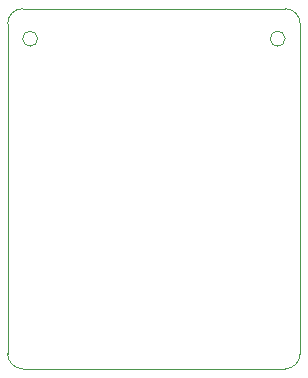
<source format=gbr>
G04 #@! TF.GenerationSoftware,KiCad,Pcbnew,(6.0.0-rc1-dev-713-g90df7a8b2)*
G04 #@! TF.CreationDate,2018-10-17T01:14:51-05:00*
G04 #@! TF.ProjectId,motores,6D6F746F7265732E6B696361645F7063,rev?*
G04 #@! TF.SameCoordinates,Original*
G04 #@! TF.FileFunction,Profile,NP*
%FSLAX46Y46*%
G04 Gerber Fmt 4.6, Leading zero omitted, Abs format (unit mm)*
G04 Created by KiCad (PCBNEW (6.0.0-rc1-dev-713-g90df7a8b2)) date mié 17 oct 2018 01:14:51 CDT*
%MOMM*%
%LPD*%
G01*
G04 APERTURE LIST*
%ADD10C,0.050000*%
G04 APERTURE END LIST*
D10*
X163830000Y-48895000D02*
X141605000Y-48895000D01*
X165100000Y-78105000D02*
X165100000Y-50165000D01*
X141605000Y-79375000D02*
X163830000Y-79375000D01*
X140335000Y-50165000D02*
X140335000Y-78105000D01*
X141605000Y-79375000D02*
G75*
G02X140335000Y-78105000I0J1270000D01*
G01*
X165100000Y-78105000D02*
G75*
G02X163830000Y-79375000I-1270000J0D01*
G01*
X163830000Y-48895000D02*
G75*
G02X165100000Y-50165000I0J-1270000D01*
G01*
X140335000Y-50165000D02*
G75*
G02X141605000Y-48895000I1270000J0D01*
G01*
X142875000Y-51435000D02*
G75*
G03X142875000Y-51435000I-635000J0D01*
G01*
X163830000Y-51435000D02*
G75*
G03X163830000Y-51435000I-635000J0D01*
G01*
M02*

</source>
